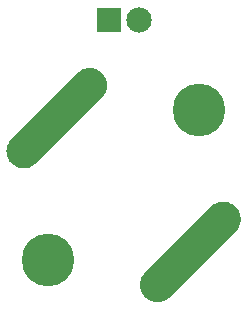
<source format=gbs>
G04 #@! TF.GenerationSoftware,KiCad,Pcbnew,6.0.0-rc1-unknown-7dfc4e3~65~ubuntu18.04.1*
G04 #@! TF.CreationDate,2018-07-28T12:11:48+05:30*
G04 #@! TF.ProjectId,airmount,6169726D6F756E742E6B696361645F70,rev?*
G04 #@! TF.SameCoordinates,Original*
G04 #@! TF.FileFunction,Soldermask,Bot*
G04 #@! TF.FilePolarity,Negative*
%FSLAX46Y46*%
G04 Gerber Fmt 4.6, Leading zero omitted, Abs format (unit mm)*
G04 Created by KiCad (PCBNEW 6.0.0-rc1-unknown-7dfc4e3~65~ubuntu18.04.1) date Sat Jul 28 12:11:48 2018*
%MOMM*%
%LPD*%
G01*
G04 APERTURE LIST*
%ADD10C,4.464000*%
%ADD11C,0.100000*%
%ADD12C,2.940000*%
%ADD13R,2.150000X2.150000*%
%ADD14C,2.150000*%
G04 APERTURE END LIST*
D10*
G04 #@! TO.C,M1*
X133358021Y-82541979D03*
X120641979Y-95258021D03*
G04 #@! TD*
D11*
G04 #@! TO.C,M2*
G36*
X135585525Y-90310759D02*
X135728223Y-90331927D01*
X135868158Y-90366979D01*
X136003985Y-90415578D01*
X136134393Y-90477257D01*
X136258128Y-90551421D01*
X136373998Y-90637356D01*
X136480887Y-90734234D01*
X136480888Y-90734235D01*
X136577766Y-90841124D01*
X136663701Y-90956994D01*
X136737865Y-91080729D01*
X136799544Y-91211137D01*
X136848143Y-91346964D01*
X136883195Y-91486899D01*
X136904363Y-91629597D01*
X136911441Y-91773682D01*
X136904363Y-91917767D01*
X136883195Y-92060465D01*
X136848143Y-92200400D01*
X136799544Y-92336227D01*
X136737865Y-92466635D01*
X136663701Y-92590370D01*
X136577766Y-92706240D01*
X136480888Y-92813129D01*
X130913129Y-98380888D01*
X130806240Y-98477766D01*
X130690370Y-98563701D01*
X130566635Y-98637865D01*
X130436227Y-98699544D01*
X130300400Y-98748143D01*
X130160465Y-98783195D01*
X130017767Y-98804363D01*
X129873682Y-98811441D01*
X129729597Y-98804363D01*
X129586899Y-98783195D01*
X129446964Y-98748143D01*
X129311137Y-98699544D01*
X129180729Y-98637865D01*
X129056994Y-98563701D01*
X128941124Y-98477766D01*
X128834235Y-98380888D01*
X128834234Y-98380887D01*
X128737356Y-98273998D01*
X128651421Y-98158128D01*
X128577257Y-98034393D01*
X128515578Y-97903985D01*
X128466979Y-97768158D01*
X128431927Y-97628223D01*
X128410759Y-97485525D01*
X128403681Y-97341440D01*
X128410759Y-97197355D01*
X128431927Y-97054657D01*
X128466979Y-96914722D01*
X128515578Y-96778895D01*
X128577257Y-96648487D01*
X128651421Y-96524752D01*
X128737356Y-96408882D01*
X128834234Y-96301993D01*
X134401993Y-90734234D01*
X134508882Y-90637356D01*
X134624752Y-90551421D01*
X134748487Y-90477257D01*
X134878895Y-90415578D01*
X135014722Y-90366979D01*
X135154657Y-90331927D01*
X135297355Y-90310759D01*
X135441440Y-90303681D01*
X135585525Y-90310759D01*
X135585525Y-90310759D01*
G37*
D12*
X132657561Y-94557561D03*
D11*
G36*
X124270403Y-78995637D02*
X124413101Y-79016805D01*
X124553036Y-79051857D01*
X124688863Y-79100456D01*
X124819271Y-79162135D01*
X124943006Y-79236299D01*
X125058876Y-79322234D01*
X125165765Y-79419112D01*
X125165766Y-79419113D01*
X125262644Y-79526002D01*
X125348579Y-79641872D01*
X125422743Y-79765607D01*
X125484422Y-79896015D01*
X125533021Y-80031842D01*
X125568073Y-80171777D01*
X125589241Y-80314475D01*
X125596319Y-80458560D01*
X125589241Y-80602645D01*
X125568073Y-80745343D01*
X125533021Y-80885278D01*
X125484422Y-81021105D01*
X125422743Y-81151513D01*
X125348579Y-81275248D01*
X125262644Y-81391118D01*
X125165766Y-81498007D01*
X119598007Y-87065766D01*
X119491118Y-87162644D01*
X119375248Y-87248579D01*
X119251513Y-87322743D01*
X119121105Y-87384422D01*
X118985278Y-87433021D01*
X118845343Y-87468073D01*
X118702645Y-87489241D01*
X118558560Y-87496319D01*
X118414475Y-87489241D01*
X118271777Y-87468073D01*
X118131842Y-87433021D01*
X117996015Y-87384422D01*
X117865607Y-87322743D01*
X117741872Y-87248579D01*
X117626002Y-87162644D01*
X117519113Y-87065766D01*
X117519112Y-87065765D01*
X117422234Y-86958876D01*
X117336299Y-86843006D01*
X117262135Y-86719271D01*
X117200456Y-86588863D01*
X117151857Y-86453036D01*
X117116805Y-86313101D01*
X117095637Y-86170403D01*
X117088559Y-86026318D01*
X117095637Y-85882233D01*
X117116805Y-85739535D01*
X117151857Y-85599600D01*
X117200456Y-85463773D01*
X117262135Y-85333365D01*
X117336299Y-85209630D01*
X117422234Y-85093760D01*
X117519112Y-84986871D01*
X123086871Y-79419112D01*
X123193760Y-79322234D01*
X123309630Y-79236299D01*
X123433365Y-79162135D01*
X123563773Y-79100456D01*
X123699600Y-79051857D01*
X123839535Y-79016805D01*
X123982233Y-78995637D01*
X124126318Y-78988559D01*
X124270403Y-78995637D01*
X124270403Y-78995637D01*
G37*
D12*
X121342439Y-83242439D03*
G04 #@! TD*
D13*
G04 #@! TO.C,J1*
X125780800Y-74941800D03*
D14*
X128280800Y-74941800D03*
G04 #@! TD*
M02*

</source>
